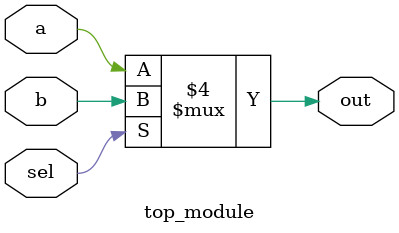
<source format=sv>
module top_module (
   input a,
   input b,
   input sel,
   output out
);

	always @(sel) begin
		if(sel == 0)
			out = a;
		else
			out = b;
	end

endmodule

</source>
